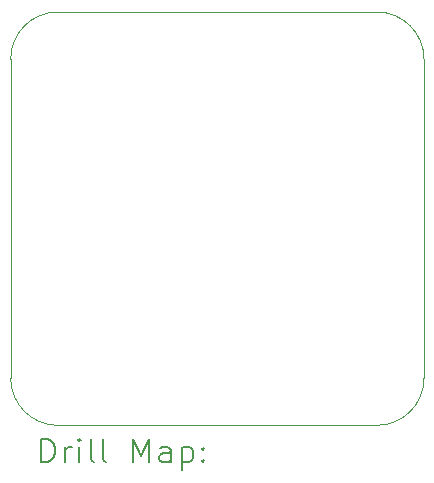
<source format=gbr>
%TF.GenerationSoftware,KiCad,Pcbnew,9.0.3*%
%TF.CreationDate,2025-08-26T18:54:33-07:00*%
%TF.ProjectId,i2c_breakout,6932635f-6272-4656-916b-6f75742e6b69,v1.0.0*%
%TF.SameCoordinates,Original*%
%TF.FileFunction,Drillmap*%
%TF.FilePolarity,Positive*%
%FSLAX45Y45*%
G04 Gerber Fmt 4.5, Leading zero omitted, Abs format (unit mm)*
G04 Created by KiCad (PCBNEW 9.0.3) date 2025-08-26 18:54:33*
%MOMM*%
%LPD*%
G01*
G04 APERTURE LIST*
%ADD10C,0.050000*%
%ADD11C,0.200000*%
G04 APERTURE END LIST*
D10*
X12700000Y-8300000D02*
G75*
G02*
X12300000Y-7900000I0J400000D01*
G01*
X15400000Y-8300000D02*
X12700000Y-8300000D01*
X12300000Y-7900000D02*
X12300000Y-5200000D01*
X15400000Y-4800000D02*
G75*
G02*
X15800000Y-5200000I0J-400000D01*
G01*
X12700000Y-4800000D02*
X15400000Y-4800000D01*
X12300000Y-5200000D02*
G75*
G02*
X12700000Y-4800000I400000J0D01*
G01*
X15800000Y-5200000D02*
X15800000Y-7900000D01*
X15800000Y-7900000D02*
G75*
G02*
X15400000Y-8300000I-400000J0D01*
G01*
D11*
X12558277Y-8613984D02*
X12558277Y-8413984D01*
X12558277Y-8413984D02*
X12605896Y-8413984D01*
X12605896Y-8413984D02*
X12634467Y-8423508D01*
X12634467Y-8423508D02*
X12653515Y-8442555D01*
X12653515Y-8442555D02*
X12663039Y-8461603D01*
X12663039Y-8461603D02*
X12672562Y-8499698D01*
X12672562Y-8499698D02*
X12672562Y-8528270D01*
X12672562Y-8528270D02*
X12663039Y-8566365D01*
X12663039Y-8566365D02*
X12653515Y-8585412D01*
X12653515Y-8585412D02*
X12634467Y-8604460D01*
X12634467Y-8604460D02*
X12605896Y-8613984D01*
X12605896Y-8613984D02*
X12558277Y-8613984D01*
X12758277Y-8613984D02*
X12758277Y-8480650D01*
X12758277Y-8518746D02*
X12767801Y-8499698D01*
X12767801Y-8499698D02*
X12777324Y-8490174D01*
X12777324Y-8490174D02*
X12796372Y-8480650D01*
X12796372Y-8480650D02*
X12815420Y-8480650D01*
X12882086Y-8613984D02*
X12882086Y-8480650D01*
X12882086Y-8413984D02*
X12872562Y-8423508D01*
X12872562Y-8423508D02*
X12882086Y-8433031D01*
X12882086Y-8433031D02*
X12891610Y-8423508D01*
X12891610Y-8423508D02*
X12882086Y-8413984D01*
X12882086Y-8413984D02*
X12882086Y-8433031D01*
X13005896Y-8613984D02*
X12986848Y-8604460D01*
X12986848Y-8604460D02*
X12977324Y-8585412D01*
X12977324Y-8585412D02*
X12977324Y-8413984D01*
X13110658Y-8613984D02*
X13091610Y-8604460D01*
X13091610Y-8604460D02*
X13082086Y-8585412D01*
X13082086Y-8585412D02*
X13082086Y-8413984D01*
X13339229Y-8613984D02*
X13339229Y-8413984D01*
X13339229Y-8413984D02*
X13405896Y-8556841D01*
X13405896Y-8556841D02*
X13472562Y-8413984D01*
X13472562Y-8413984D02*
X13472562Y-8613984D01*
X13653515Y-8613984D02*
X13653515Y-8509222D01*
X13653515Y-8509222D02*
X13643991Y-8490174D01*
X13643991Y-8490174D02*
X13624943Y-8480650D01*
X13624943Y-8480650D02*
X13586848Y-8480650D01*
X13586848Y-8480650D02*
X13567801Y-8490174D01*
X13653515Y-8604460D02*
X13634467Y-8613984D01*
X13634467Y-8613984D02*
X13586848Y-8613984D01*
X13586848Y-8613984D02*
X13567801Y-8604460D01*
X13567801Y-8604460D02*
X13558277Y-8585412D01*
X13558277Y-8585412D02*
X13558277Y-8566365D01*
X13558277Y-8566365D02*
X13567801Y-8547317D01*
X13567801Y-8547317D02*
X13586848Y-8537793D01*
X13586848Y-8537793D02*
X13634467Y-8537793D01*
X13634467Y-8537793D02*
X13653515Y-8528270D01*
X13748753Y-8480650D02*
X13748753Y-8680650D01*
X13748753Y-8490174D02*
X13767801Y-8480650D01*
X13767801Y-8480650D02*
X13805896Y-8480650D01*
X13805896Y-8480650D02*
X13824943Y-8490174D01*
X13824943Y-8490174D02*
X13834467Y-8499698D01*
X13834467Y-8499698D02*
X13843991Y-8518746D01*
X13843991Y-8518746D02*
X13843991Y-8575889D01*
X13843991Y-8575889D02*
X13834467Y-8594936D01*
X13834467Y-8594936D02*
X13824943Y-8604460D01*
X13824943Y-8604460D02*
X13805896Y-8613984D01*
X13805896Y-8613984D02*
X13767801Y-8613984D01*
X13767801Y-8613984D02*
X13748753Y-8604460D01*
X13929705Y-8594936D02*
X13939229Y-8604460D01*
X13939229Y-8604460D02*
X13929705Y-8613984D01*
X13929705Y-8613984D02*
X13920182Y-8604460D01*
X13920182Y-8604460D02*
X13929705Y-8594936D01*
X13929705Y-8594936D02*
X13929705Y-8613984D01*
X13929705Y-8490174D02*
X13939229Y-8499698D01*
X13939229Y-8499698D02*
X13929705Y-8509222D01*
X13929705Y-8509222D02*
X13920182Y-8499698D01*
X13920182Y-8499698D02*
X13929705Y-8490174D01*
X13929705Y-8490174D02*
X13929705Y-8509222D01*
M02*

</source>
